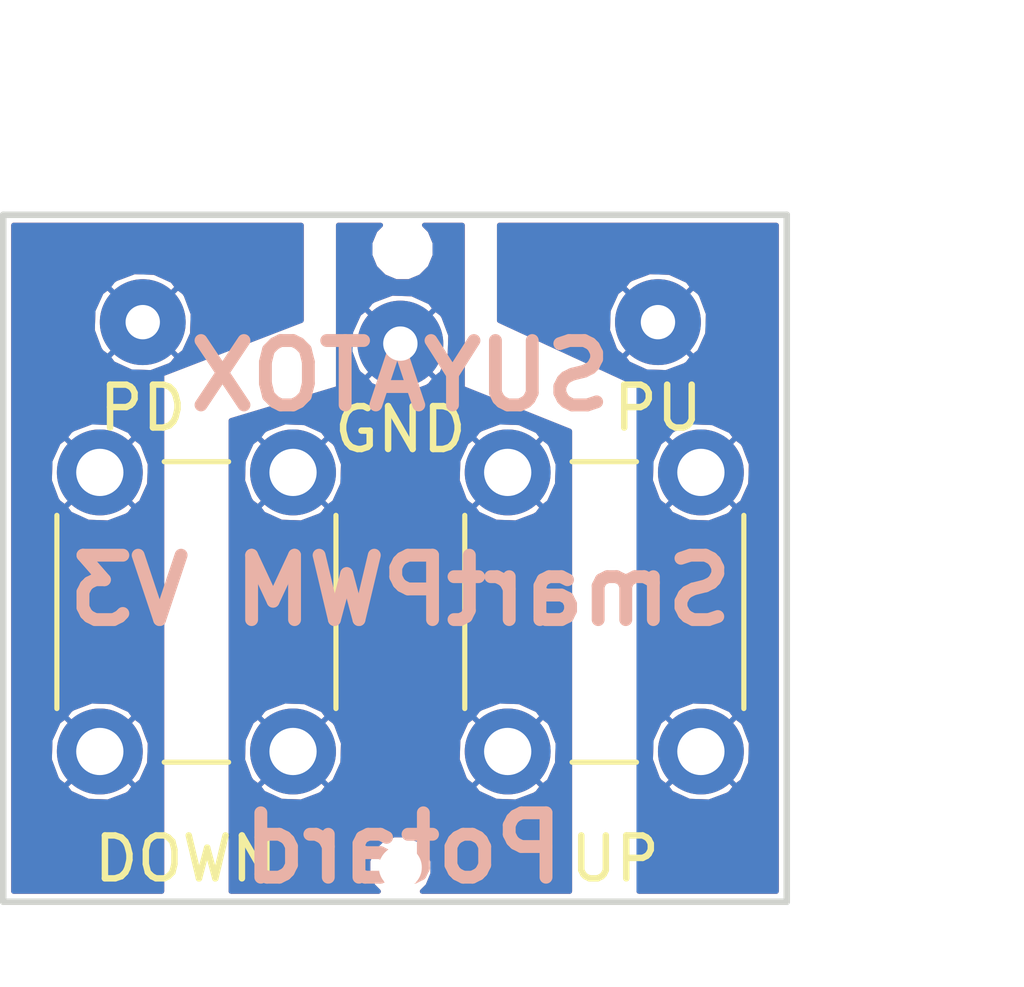
<source format=kicad_pcb>
(kicad_pcb (version 4) (host pcbnew 4.0.5)

  (general
    (links 8)
    (no_connects 0)
    (area 141.674999 94.424999 160.075001 110.575001)
    (thickness 1.6)
    (drawings 7)
    (tracks 0)
    (zones 0)
    (modules 7)
    (nets 4)
  )

  (page A4)
  (layers
    (0 F.Cu signal)
    (31 B.Cu signal)
    (32 B.Adhes user)
    (33 F.Adhes user)
    (34 B.Paste user)
    (35 F.Paste user)
    (36 B.SilkS user)
    (37 F.SilkS user)
    (38 B.Mask user)
    (39 F.Mask user)
    (40 Dwgs.User user)
    (41 Cmts.User user)
    (42 Eco1.User user)
    (43 Eco2.User user)
    (44 Edge.Cuts user)
    (45 Margin user)
    (46 B.CrtYd user)
    (47 F.CrtYd user)
    (48 B.Fab user)
    (49 F.Fab user)
  )

  (setup
    (last_trace_width 0.25)
    (trace_clearance 0.2)
    (zone_clearance 0.11)
    (zone_45_only no)
    (trace_min 0.2)
    (segment_width 0.2)
    (edge_width 0.15)
    (via_size 0.6)
    (via_drill 0.4)
    (via_min_size 0.4)
    (via_min_drill 0.3)
    (uvia_size 0.3)
    (uvia_drill 0.1)
    (uvias_allowed no)
    (uvia_min_size 0.2)
    (uvia_min_drill 0.1)
    (pcb_text_width 0.3)
    (pcb_text_size 1.5 1.5)
    (mod_edge_width 0.15)
    (mod_text_size 1 1)
    (mod_text_width 0.15)
    (pad_size 1 1)
    (pad_drill 1)
    (pad_to_mask_clearance 0.2)
    (aux_axis_origin 0 0)
    (visible_elements FFFFFF7F)
    (pcbplotparams
      (layerselection 0x00030_80000001)
      (usegerberextensions false)
      (excludeedgelayer true)
      (linewidth 0.100000)
      (plotframeref false)
      (viasonmask false)
      (mode 1)
      (useauxorigin false)
      (hpglpennumber 1)
      (hpglpenspeed 20)
      (hpglpendiameter 15)
      (hpglpenoverlay 2)
      (psnegative false)
      (psa4output false)
      (plotreference true)
      (plotvalue true)
      (plotinvisibletext false)
      (padsonsilk false)
      (subtractmaskfromsilk false)
      (outputformat 1)
      (mirror false)
      (drillshape 1)
      (scaleselection 1)
      (outputdirectory ""))
  )

  (net 0 "")
  (net 1 "Net-(U1-Pad1)")
  (net 2 "Net-(U2-Pad5)")
  (net 3 "Net-(U1-Pad7)")

  (net_class Default "Ceci est la Netclass par défaut"
    (clearance 0.2)
    (trace_width 0.25)
    (via_dia 0.6)
    (via_drill 0.4)
    (uvia_dia 0.3)
    (uvia_drill 0.1)
    (add_net "Net-(U1-Pad1)")
    (add_net "Net-(U1-Pad7)")
    (add_net "Net-(U2-Pad5)")
  )

  (module Wire_Pads:SolderWirePad_single_0-8mmDrill (layer F.Cu) (tedit 58DE9E67) (tstamp 58DE9E42)
    (at 165.3 92.3)
    (fp_text reference "" (at 0 -2.54) (layer F.SilkS)
      (effects (font (size 1 1) (thickness 0.15)))
    )
    (fp_text value "" (at 0 2.54) (layer F.Fab)
      (effects (font (size 1 1) (thickness 0.15)))
    )
    (pad "" np_thru_hole circle (at -14.25 3) (size 1 1) (drill 1) (layers *.Cu *.Mask))
  )

  (module Buttons_Switches_THT:SW_PUSH_6mm_h7.3mm (layer F.Cu) (tedit 58DE9B01) (tstamp 58DE95D2)
    (at 153.5 107 90)
    (descr "tactile push button, 6x6mm e.g. PHAP33xx series, height=7.3mm")
    (tags "tact sw push 6mm")
    (path /58DE9411)
    (fp_text reference UP (at -2.5 2.5 180) (layer F.SilkS)
      (effects (font (size 1 1) (thickness 0.15)))
    )
    (fp_text value UP (at -2.5 2.5 180) (layer F.Fab)
      (effects (font (size 1 1) (thickness 0.15)))
    )
    (fp_line (start 3.25 -0.75) (end 6.25 -0.75) (layer F.Fab) (width 0.1))
    (fp_line (start 6.25 -0.75) (end 6.25 5.25) (layer F.Fab) (width 0.1))
    (fp_line (start 6.25 5.25) (end 0.25 5.25) (layer F.Fab) (width 0.1))
    (fp_line (start 0.25 5.25) (end 0.25 -0.75) (layer F.Fab) (width 0.1))
    (fp_line (start 0.25 -0.75) (end 3.25 -0.75) (layer F.Fab) (width 0.1))
    (fp_line (start 7.75 6) (end 8 6) (layer F.CrtYd) (width 0.05))
    (fp_line (start 8 6) (end 8 5.75) (layer F.CrtYd) (width 0.05))
    (fp_line (start 7.75 -1.5) (end 8 -1.5) (layer F.CrtYd) (width 0.05))
    (fp_line (start 8 -1.5) (end 8 -1.25) (layer F.CrtYd) (width 0.05))
    (fp_line (start -1.5 -1.25) (end -1.5 -1.5) (layer F.CrtYd) (width 0.05))
    (fp_line (start -1.5 -1.5) (end -1.25 -1.5) (layer F.CrtYd) (width 0.05))
    (fp_line (start -1.5 5.75) (end -1.5 6) (layer F.CrtYd) (width 0.05))
    (fp_line (start -1.5 6) (end -1.25 6) (layer F.CrtYd) (width 0.05))
    (fp_line (start -1.25 -1.5) (end 7.75 -1.5) (layer F.CrtYd) (width 0.05))
    (fp_line (start -1.5 5.75) (end -1.5 -1.25) (layer F.CrtYd) (width 0.05))
    (fp_line (start 7.75 6) (end -1.25 6) (layer F.CrtYd) (width 0.05))
    (fp_line (start 8 -1.25) (end 8 5.75) (layer F.CrtYd) (width 0.05))
    (fp_line (start 1 5.5) (end 5.5 5.5) (layer F.SilkS) (width 0.12))
    (fp_line (start -0.25 1.5) (end -0.25 3) (layer F.SilkS) (width 0.12))
    (fp_line (start 5.5 -1) (end 1 -1) (layer F.SilkS) (width 0.12))
    (fp_line (start 6.75 3) (end 6.75 1.5) (layer F.SilkS) (width 0.12))
    (fp_circle (center 3.25 2.25) (end 1.25 2.5) (layer F.Fab) (width 0.1))
    (pad 2 thru_hole circle (at 0 4.5 180) (size 2 2) (drill 1.1) (layers *.Cu *.Mask)
      (net 1 "Net-(U1-Pad1)") (solder_mask_margin -0.1))
    (pad 1 thru_hole circle (at 0 0 180) (size 2 2) (drill 1.1) (layers *.Cu *.Mask)
      (net 3 "Net-(U1-Pad7)") (solder_mask_margin -0.1))
    (pad 2 thru_hole circle (at 6.5 4.5 180) (size 2 2) (drill 1.1) (layers *.Cu *.Mask)
      (net 1 "Net-(U1-Pad1)") (solder_mask_margin -0.1))
    (pad 1 thru_hole circle (at 6.5 0 180) (size 2 2) (drill 1.1) (layers *.Cu *.Mask)
      (net 3 "Net-(U1-Pad7)") (solder_mask_margin -0.1))
    (model Buttons_Switches_THT.3dshapes/SW_PUSH_6mm_h7.3mm.wrl
      (at (xyz 0.005 0 0))
      (scale (xyz 0.3937 0.3937 0.3937))
      (rotate (xyz 0 0 0))
    )
  )

  (module Buttons_Switches_THT:SW_PUSH_6mm_h7.3mm (layer F.Cu) (tedit 58DE9B10) (tstamp 58DE95DA)
    (at 144 107 90)
    (descr "tactile push button, 6x6mm e.g. PHAP33xx series, height=7.3mm")
    (tags "tact sw push 6mm")
    (path /58DE9469)
    (fp_text reference DOWN (at -2.5 2 180) (layer F.SilkS)
      (effects (font (size 1 1) (thickness 0.15)))
    )
    (fp_text value DOWN (at -2.5 2 180) (layer F.Fab)
      (effects (font (size 1 1) (thickness 0.15)))
    )
    (fp_line (start 3.25 -0.75) (end 6.25 -0.75) (layer F.Fab) (width 0.1))
    (fp_line (start 6.25 -0.75) (end 6.25 5.25) (layer F.Fab) (width 0.1))
    (fp_line (start 6.25 5.25) (end 0.25 5.25) (layer F.Fab) (width 0.1))
    (fp_line (start 0.25 5.25) (end 0.25 -0.75) (layer F.Fab) (width 0.1))
    (fp_line (start 0.25 -0.75) (end 3.25 -0.75) (layer F.Fab) (width 0.1))
    (fp_line (start 7.75 6) (end 8 6) (layer F.CrtYd) (width 0.05))
    (fp_line (start 8 6) (end 8 5.75) (layer F.CrtYd) (width 0.05))
    (fp_line (start 7.75 -1.5) (end 8 -1.5) (layer F.CrtYd) (width 0.05))
    (fp_line (start 8 -1.5) (end 8 -1.25) (layer F.CrtYd) (width 0.05))
    (fp_line (start -1.5 -1.25) (end -1.5 -1.5) (layer F.CrtYd) (width 0.05))
    (fp_line (start -1.5 -1.5) (end -1.25 -1.5) (layer F.CrtYd) (width 0.05))
    (fp_line (start -1.5 5.75) (end -1.5 6) (layer F.CrtYd) (width 0.05))
    (fp_line (start -1.5 6) (end -1.25 6) (layer F.CrtYd) (width 0.05))
    (fp_line (start -1.25 -1.5) (end 7.75 -1.5) (layer F.CrtYd) (width 0.05))
    (fp_line (start -1.5 5.75) (end -1.5 -1.25) (layer F.CrtYd) (width 0.05))
    (fp_line (start 7.75 6) (end -1.25 6) (layer F.CrtYd) (width 0.05))
    (fp_line (start 8 -1.25) (end 8 5.75) (layer F.CrtYd) (width 0.05))
    (fp_line (start 1 5.5) (end 5.5 5.5) (layer F.SilkS) (width 0.12))
    (fp_line (start -0.25 1.5) (end -0.25 3) (layer F.SilkS) (width 0.12))
    (fp_line (start 5.5 -1) (end 1 -1) (layer F.SilkS) (width 0.12))
    (fp_line (start 6.75 3) (end 6.75 1.5) (layer F.SilkS) (width 0.12))
    (fp_circle (center 3.25 2.25) (end 1.25 2.5) (layer F.Fab) (width 0.1))
    (pad 2 thru_hole circle (at 0 4.5 180) (size 2 2) (drill 1.1) (layers *.Cu *.Mask)
      (net 3 "Net-(U1-Pad7)") (solder_mask_margin -0.1))
    (pad 1 thru_hole circle (at 0 0 180) (size 2 2) (drill 1.1) (layers *.Cu *.Mask)
      (net 2 "Net-(U2-Pad5)") (solder_mask_margin -0.1))
    (pad 2 thru_hole circle (at 6.5 4.5 180) (size 2 2) (drill 1.1) (layers *.Cu *.Mask)
      (net 3 "Net-(U1-Pad7)") (solder_mask_margin -0.1))
    (pad 1 thru_hole circle (at 6.5 0 180) (size 2 2) (drill 1.1) (layers *.Cu *.Mask)
      (net 2 "Net-(U2-Pad5)") (solder_mask_margin -0.1))
    (model Buttons_Switches_THT.3dshapes/SW_PUSH_6mm_h7.3mm.wrl
      (at (xyz 0.005 0 0))
      (scale (xyz 0.3937 0.3937 0.3937))
      (rotate (xyz 0 0 0))
    )
  )

  (module Wire_Pads:SolderWirePad_single_0-8mmDrill (layer F.Cu) (tedit 58DE9AC4) (tstamp 58DE95DF)
    (at 145 97)
    (path /58DE94DF)
    (fp_text reference PD (at 0 2) (layer F.SilkS)
      (effects (font (size 1 1) (thickness 0.15)))
    )
    (fp_text value PD (at 0 2) (layer F.Fab)
      (effects (font (size 1 1) (thickness 0.15)))
    )
    (pad 1 thru_hole circle (at 0 0) (size 1.99898 1.99898) (drill 0.8001) (layers *.Cu *.Mask)
      (net 2 "Net-(U2-Pad5)") (solder_mask_margin -0.1))
  )

  (module Wire_Pads:SolderWirePad_single_0-8mmDrill (layer F.Cu) (tedit 58DE9AD2) (tstamp 58DE95E4)
    (at 157 97)
    (path /58DE952F)
    (fp_text reference PU (at 0 2) (layer F.SilkS)
      (effects (font (size 1 1) (thickness 0.15)))
    )
    (fp_text value PU (at 0 2) (layer F.Fab)
      (effects (font (size 1 1) (thickness 0.15)))
    )
    (pad 1 thru_hole circle (at 0 0) (size 1.99898 1.99898) (drill 0.8001) (layers *.Cu *.Mask)
      (net 1 "Net-(U1-Pad1)") (solder_mask_margin -0.1))
  )

  (module Wire_Pads:SolderWirePad_single_0-8mmDrill (layer F.Cu) (tedit 58DE9ACC) (tstamp 58DE95E9)
    (at 151 97.5)
    (path /58DE9557)
    (fp_text reference GND (at 0 2) (layer F.SilkS)
      (effects (font (size 1 1) (thickness 0.15)))
    )
    (fp_text value GND (at 0 2) (layer F.Fab)
      (effects (font (size 1 1) (thickness 0.15)))
    )
    (pad 1 thru_hole circle (at 0 0) (size 1.99898 1.99898) (drill 0.8001) (layers *.Cu *.Mask)
      (net 3 "Net-(U1-Pad7)") (solder_mask_margin -0.1))
  )

  (module Wire_Pads:SolderWirePad_single_0-8mmDrill (layer F.Cu) (tedit 58DE9E58) (tstamp 58DE9E08)
    (at 151 109.7)
    (fp_text reference "" (at 0 -2.54) (layer F.SilkS)
      (effects (font (size 1 1) (thickness 0.15)))
    )
    (fp_text value "" (at 0 2.54) (layer F.Fab)
      (effects (font (size 1 1) (thickness 0.15)))
    )
    (pad "" np_thru_hole circle (at 0 0) (size 1 1) (drill 1) (layers *.Cu *.Mask))
  )

  (gr_text "Potard \n" (at 150.5 109.25) (layer B.SilkS)
    (effects (font (size 1.5 1.5) (thickness 0.3)) (justify mirror))
  )
  (gr_text "SmartPWM V3" (at 151 103.25) (layer B.SilkS)
    (effects (font (size 1.5 1.5) (thickness 0.3)) (justify mirror))
  )
  (gr_text "SUYATOX\n" (at 151 98.25) (layer B.SilkS)
    (effects (font (size 1.5 1.5) (thickness 0.3)) (justify mirror))
  )
  (gr_line (start 160 110.5) (end 160 94.5) (angle 90) (layer Edge.Cuts) (width 0.15))
  (gr_line (start 141.75 110.5) (end 160 110.5) (angle 90) (layer Edge.Cuts) (width 0.15))
  (gr_line (start 141.75 94.5) (end 141.75 110.5) (angle 90) (layer Edge.Cuts) (width 0.15))
  (gr_line (start 160 94.5) (end 141.75 94.5) (angle 90) (layer Edge.Cuts) (width 0.15))

  (zone (net 2) (net_name "Net-(U2-Pad5)") (layer F.Cu) (tstamp 58DE9B8D) (hatch edge 0.508)
    (connect_pads (clearance 0.11))
    (min_thickness 0.11)
    (fill yes (arc_segments 16) (thermal_gap 0.11) (thermal_bridge_width 0.123))
    (polygon
      (pts
        (xy 148.75 97) (xy 145.5 98.25) (xy 145.5 110.5) (xy 141.75 110.5) (xy 141.75 94.5)
        (xy 148.75 94.5)
      )
    )
    (filled_polygon
      (pts
        (xy 148.695 96.962226) (xy 145.480256 98.198666) (xy 145.46184 98.210392) (xy 145.449437 98.228359) (xy 145.445 98.25)
        (xy 145.445 110.26) (xy 141.99 110.26) (xy 141.99 107.815334) (xy 143.193859 107.815334) (xy 143.307084 107.964776)
        (xy 143.729033 108.156504) (xy 144.192234 108.172164) (xy 144.626169 108.009374) (xy 144.692916 107.964776) (xy 144.806141 107.815334)
        (xy 144 107.009192) (xy 143.193859 107.815334) (xy 141.99 107.815334) (xy 141.99 107.192234) (xy 142.827836 107.192234)
        (xy 142.990626 107.626169) (xy 143.035224 107.692916) (xy 143.184666 107.806141) (xy 143.990808 107) (xy 144.009192 107)
        (xy 144.815334 107.806141) (xy 144.964776 107.692916) (xy 145.156504 107.270967) (xy 145.172164 106.807766) (xy 145.009374 106.373831)
        (xy 144.964776 106.307084) (xy 144.815334 106.193859) (xy 144.009192 107) (xy 143.990808 107) (xy 143.184666 106.193859)
        (xy 143.035224 106.307084) (xy 142.843496 106.729033) (xy 142.827836 107.192234) (xy 141.99 107.192234) (xy 141.99 106.184666)
        (xy 143.193859 106.184666) (xy 144 106.990808) (xy 144.806141 106.184666) (xy 144.692916 106.035224) (xy 144.270967 105.843496)
        (xy 143.807766 105.827836) (xy 143.373831 105.990626) (xy 143.307084 106.035224) (xy 143.193859 106.184666) (xy 141.99 106.184666)
        (xy 141.99 101.315334) (xy 143.193859 101.315334) (xy 143.307084 101.464776) (xy 143.729033 101.656504) (xy 144.192234 101.672164)
        (xy 144.626169 101.509374) (xy 144.692916 101.464776) (xy 144.806141 101.315334) (xy 144 100.509192) (xy 143.193859 101.315334)
        (xy 141.99 101.315334) (xy 141.99 100.692234) (xy 142.827836 100.692234) (xy 142.990626 101.126169) (xy 143.035224 101.192916)
        (xy 143.184666 101.306141) (xy 143.990808 100.5) (xy 144.009192 100.5) (xy 144.815334 101.306141) (xy 144.964776 101.192916)
        (xy 145.156504 100.770967) (xy 145.172164 100.307766) (xy 145.009374 99.873831) (xy 144.964776 99.807084) (xy 144.815334 99.693859)
        (xy 144.009192 100.5) (xy 143.990808 100.5) (xy 143.184666 99.693859) (xy 143.035224 99.807084) (xy 142.843496 100.229033)
        (xy 142.827836 100.692234) (xy 141.99 100.692234) (xy 141.99 99.684666) (xy 143.193859 99.684666) (xy 144 100.490808)
        (xy 144.806141 99.684666) (xy 144.692916 99.535224) (xy 144.270967 99.343496) (xy 143.807766 99.327836) (xy 143.373831 99.490626)
        (xy 143.307084 99.535224) (xy 143.193859 99.684666) (xy 141.99 99.684666) (xy 141.99 97.814966) (xy 144.194226 97.814966)
        (xy 144.307389 97.964355) (xy 144.729153 98.155999) (xy 145.192152 98.171652) (xy 145.625898 98.008932) (xy 145.692611 97.964355)
        (xy 145.805774 97.814966) (xy 145 97.009192) (xy 144.194226 97.814966) (xy 141.99 97.814966) (xy 141.99 97.192152)
        (xy 143.828348 97.192152) (xy 143.991068 97.625898) (xy 144.035645 97.692611) (xy 144.185034 97.805774) (xy 144.990808 97)
        (xy 145.009192 97) (xy 145.814966 97.805774) (xy 145.964355 97.692611) (xy 146.155999 97.270847) (xy 146.171652 96.807848)
        (xy 146.008932 96.374102) (xy 145.964355 96.307389) (xy 145.814966 96.194226) (xy 145.009192 97) (xy 144.990808 97)
        (xy 144.185034 96.194226) (xy 144.035645 96.307389) (xy 143.844001 96.729153) (xy 143.828348 97.192152) (xy 141.99 97.192152)
        (xy 141.99 96.185034) (xy 144.194226 96.185034) (xy 145 96.990808) (xy 145.805774 96.185034) (xy 145.692611 96.035645)
        (xy 145.270847 95.844001) (xy 144.807848 95.828348) (xy 144.374102 95.991068) (xy 144.307389 96.035645) (xy 144.194226 96.185034)
        (xy 141.99 96.185034) (xy 141.99 94.74) (xy 148.695 94.74)
      )
    )
  )
  (zone (net 3) (net_name "Net-(U1-Pad7)") (layer F.Cu) (tstamp 58DE9BAD) (hatch edge 0.508)
    (connect_pads (clearance 0.11))
    (min_thickness 0.11)
    (fill yes (arc_segments 16) (thermal_gap 0.11) (thermal_bridge_width 0.123))
    (polygon
      (pts
        (xy 152.5 98.5) (xy 155 99.5) (xy 155 110.5) (xy 147 110.5) (xy 147 99.25)
        (xy 149.5 98.5) (xy 149.5 94.5) (xy 152.5 94.5)
      )
    )
    (filled_polygon
      (pts
        (xy 150.410316 94.871769) (xy 150.295132 95.149162) (xy 150.29487 95.44952) (xy 150.409569 95.727114) (xy 150.621769 95.939684)
        (xy 150.899162 96.054868) (xy 151.19952 96.05513) (xy 151.477114 95.940431) (xy 151.689684 95.728231) (xy 151.804868 95.450838)
        (xy 151.80513 95.15048) (xy 151.690431 94.872886) (xy 151.557776 94.74) (xy 152.445 94.74) (xy 152.445 98.5)
        (xy 152.449333 98.521398) (xy 152.46165 98.539424) (xy 152.479574 98.551066) (xy 154.945 99.537236) (xy 154.945 110.26)
        (xy 151.507685 110.26) (xy 151.639684 110.128231) (xy 151.754868 109.850838) (xy 151.75513 109.55048) (xy 151.640431 109.272886)
        (xy 151.428231 109.060316) (xy 151.150838 108.945132) (xy 150.85048 108.94487) (xy 150.572886 109.059569) (xy 150.360316 109.271769)
        (xy 150.245132 109.549162) (xy 150.24487 109.84952) (xy 150.359569 110.127114) (xy 150.492224 110.26) (xy 147.055 110.26)
        (xy 147.055 107.815334) (xy 147.693859 107.815334) (xy 147.807084 107.964776) (xy 148.229033 108.156504) (xy 148.692234 108.172164)
        (xy 149.126169 108.009374) (xy 149.192916 107.964776) (xy 149.306141 107.815334) (xy 152.693859 107.815334) (xy 152.807084 107.964776)
        (xy 153.229033 108.156504) (xy 153.692234 108.172164) (xy 154.126169 108.009374) (xy 154.192916 107.964776) (xy 154.306141 107.815334)
        (xy 153.5 107.009192) (xy 152.693859 107.815334) (xy 149.306141 107.815334) (xy 148.5 107.009192) (xy 147.693859 107.815334)
        (xy 147.055 107.815334) (xy 147.055 107.192234) (xy 147.327836 107.192234) (xy 147.490626 107.626169) (xy 147.535224 107.692916)
        (xy 147.684666 107.806141) (xy 148.490808 107) (xy 148.509192 107) (xy 149.315334 107.806141) (xy 149.464776 107.692916)
        (xy 149.656504 107.270967) (xy 149.659165 107.192234) (xy 152.327836 107.192234) (xy 152.490626 107.626169) (xy 152.535224 107.692916)
        (xy 152.684666 107.806141) (xy 153.490808 107) (xy 153.509192 107) (xy 154.315334 107.806141) (xy 154.464776 107.692916)
        (xy 154.656504 107.270967) (xy 154.672164 106.807766) (xy 154.509374 106.373831) (xy 154.464776 106.307084) (xy 154.315334 106.193859)
        (xy 153.509192 107) (xy 153.490808 107) (xy 152.684666 106.193859) (xy 152.535224 106.307084) (xy 152.343496 106.729033)
        (xy 152.327836 107.192234) (xy 149.659165 107.192234) (xy 149.672164 106.807766) (xy 149.509374 106.373831) (xy 149.464776 106.307084)
        (xy 149.315334 106.193859) (xy 148.509192 107) (xy 148.490808 107) (xy 147.684666 106.193859) (xy 147.535224 106.307084)
        (xy 147.343496 106.729033) (xy 147.327836 107.192234) (xy 147.055 107.192234) (xy 147.055 106.184666) (xy 147.693859 106.184666)
        (xy 148.5 106.990808) (xy 149.306141 106.184666) (xy 152.693859 106.184666) (xy 153.5 106.990808) (xy 154.306141 106.184666)
        (xy 154.192916 106.035224) (xy 153.770967 105.843496) (xy 153.307766 105.827836) (xy 152.873831 105.990626) (xy 152.807084 106.035224)
        (xy 152.693859 106.184666) (xy 149.306141 106.184666) (xy 149.192916 106.035224) (xy 148.770967 105.843496) (xy 148.307766 105.827836)
        (xy 147.873831 105.990626) (xy 147.807084 106.035224) (xy 147.693859 106.184666) (xy 147.055 106.184666) (xy 147.055 101.315334)
        (xy 147.693859 101.315334) (xy 147.807084 101.464776) (xy 148.229033 101.656504) (xy 148.692234 101.672164) (xy 149.126169 101.509374)
        (xy 149.192916 101.464776) (xy 149.306141 101.315334) (xy 152.693859 101.315334) (xy 152.807084 101.464776) (xy 153.229033 101.656504)
        (xy 153.692234 101.672164) (xy 154.126169 101.509374) (xy 154.192916 101.464776) (xy 154.306141 101.315334) (xy 153.5 100.509192)
        (xy 152.693859 101.315334) (xy 149.306141 101.315334) (xy 148.5 100.509192) (xy 147.693859 101.315334) (xy 147.055 101.315334)
        (xy 147.055 100.692234) (xy 147.327836 100.692234) (xy 147.490626 101.126169) (xy 147.535224 101.192916) (xy 147.684666 101.306141)
        (xy 148.490808 100.5) (xy 148.509192 100.5) (xy 149.315334 101.306141) (xy 149.464776 101.192916) (xy 149.656504 100.770967)
        (xy 149.659165 100.692234) (xy 152.327836 100.692234) (xy 152.490626 101.126169) (xy 152.535224 101.192916) (xy 152.684666 101.306141)
        (xy 153.490808 100.5) (xy 153.509192 100.5) (xy 154.315334 101.306141) (xy 154.464776 101.192916) (xy 154.656504 100.770967)
        (xy 154.672164 100.307766) (xy 154.509374 99.873831) (xy 154.464776 99.807084) (xy 154.315334 99.693859) (xy 153.509192 100.5)
        (xy 153.490808 100.5) (xy 152.684666 99.693859) (xy 152.535224 99.807084) (xy 152.343496 100.229033) (xy 152.327836 100.692234)
        (xy 149.659165 100.692234) (xy 149.672164 100.307766) (xy 149.509374 99.873831) (xy 149.464776 99.807084) (xy 149.315334 99.693859)
        (xy 148.509192 100.5) (xy 148.490808 100.5) (xy 147.684666 99.693859) (xy 147.535224 99.807084) (xy 147.343496 100.229033)
        (xy 147.327836 100.692234) (xy 147.055 100.692234) (xy 147.055 99.684666) (xy 147.693859 99.684666) (xy 148.5 100.490808)
        (xy 149.306141 99.684666) (xy 152.693859 99.684666) (xy 153.5 100.490808) (xy 154.306141 99.684666) (xy 154.192916 99.535224)
        (xy 153.770967 99.343496) (xy 153.307766 99.327836) (xy 152.873831 99.490626) (xy 152.807084 99.535224) (xy 152.693859 99.684666)
        (xy 149.306141 99.684666) (xy 149.192916 99.535224) (xy 148.770967 99.343496) (xy 148.307766 99.327836) (xy 147.873831 99.490626)
        (xy 147.807084 99.535224) (xy 147.693859 99.684666) (xy 147.055 99.684666) (xy 147.055 99.290921) (xy 149.515804 98.55268)
        (xy 149.535055 98.542381) (xy 149.548782 98.525404) (xy 149.555 98.5) (xy 149.555 98.314966) (xy 150.194226 98.314966)
        (xy 150.307389 98.464355) (xy 150.729153 98.655999) (xy 151.192152 98.671652) (xy 151.625898 98.508932) (xy 151.692611 98.464355)
        (xy 151.805774 98.314966) (xy 151 97.509192) (xy 150.194226 98.314966) (xy 149.555 98.314966) (xy 149.555 97.692152)
        (xy 149.828348 97.692152) (xy 149.991068 98.125898) (xy 150.035645 98.192611) (xy 150.185034 98.305774) (xy 150.990808 97.5)
        (xy 151.009192 97.5) (xy 151.814966 98.305774) (xy 151.964355 98.192611) (xy 152.155999 97.770847) (xy 152.171652 97.307848)
        (xy 152.008932 96.874102) (xy 151.964355 96.807389) (xy 151.814966 96.694226) (xy 151.009192 97.5) (xy 150.990808 97.5)
        (xy 150.185034 96.694226) (xy 150.035645 96.807389) (xy 149.844001 97.229153) (xy 149.828348 97.692152) (xy 149.555 97.692152)
        (xy 149.555 96.685034) (xy 150.194226 96.685034) (xy 151 97.490808) (xy 151.805774 96.685034) (xy 151.692611 96.535645)
        (xy 151.270847 96.344001) (xy 150.807848 96.328348) (xy 150.374102 96.491068) (xy 150.307389 96.535645) (xy 150.194226 96.685034)
        (xy 149.555 96.685034) (xy 149.555 94.74) (xy 150.542315 94.74)
      )
    )
  )
  (zone (net 1) (net_name "Net-(U1-Pad1)") (layer F.Cu) (tstamp 58DE9BD8) (hatch edge 0.508)
    (connect_pads (clearance 0.11))
    (min_thickness 0.11)
    (fill yes (arc_segments 16) (thermal_gap 0.11) (thermal_bridge_width 0.123))
    (polygon
      (pts
        (xy 160 110.5) (xy 156.5 110.5) (xy 156.5 98.5) (xy 153.25 97) (xy 153.25 94.5)
        (xy 160 94.5)
      )
    )
    (filled_polygon
      (pts
        (xy 159.76 110.26) (xy 156.555 110.26) (xy 156.555 107.815334) (xy 157.193859 107.815334) (xy 157.307084 107.964776)
        (xy 157.729033 108.156504) (xy 158.192234 108.172164) (xy 158.626169 108.009374) (xy 158.692916 107.964776) (xy 158.806141 107.815334)
        (xy 158 107.009192) (xy 157.193859 107.815334) (xy 156.555 107.815334) (xy 156.555 107.192234) (xy 156.827836 107.192234)
        (xy 156.990626 107.626169) (xy 157.035224 107.692916) (xy 157.184666 107.806141) (xy 157.990808 107) (xy 158.009192 107)
        (xy 158.815334 107.806141) (xy 158.964776 107.692916) (xy 159.156504 107.270967) (xy 159.172164 106.807766) (xy 159.009374 106.373831)
        (xy 158.964776 106.307084) (xy 158.815334 106.193859) (xy 158.009192 107) (xy 157.990808 107) (xy 157.184666 106.193859)
        (xy 157.035224 106.307084) (xy 156.843496 106.729033) (xy 156.827836 107.192234) (xy 156.555 107.192234) (xy 156.555 106.184666)
        (xy 157.193859 106.184666) (xy 158 106.990808) (xy 158.806141 106.184666) (xy 158.692916 106.035224) (xy 158.270967 105.843496)
        (xy 157.807766 105.827836) (xy 157.373831 105.990626) (xy 157.307084 106.035224) (xy 157.193859 106.184666) (xy 156.555 106.184666)
        (xy 156.555 101.315334) (xy 157.193859 101.315334) (xy 157.307084 101.464776) (xy 157.729033 101.656504) (xy 158.192234 101.672164)
        (xy 158.626169 101.509374) (xy 158.692916 101.464776) (xy 158.806141 101.315334) (xy 158 100.509192) (xy 157.193859 101.315334)
        (xy 156.555 101.315334) (xy 156.555 100.692234) (xy 156.827836 100.692234) (xy 156.990626 101.126169) (xy 157.035224 101.192916)
        (xy 157.184666 101.306141) (xy 157.990808 100.5) (xy 158.009192 100.5) (xy 158.815334 101.306141) (xy 158.964776 101.192916)
        (xy 159.156504 100.770967) (xy 159.172164 100.307766) (xy 159.009374 99.873831) (xy 158.964776 99.807084) (xy 158.815334 99.693859)
        (xy 158.009192 100.5) (xy 157.990808 100.5) (xy 157.184666 99.693859) (xy 157.035224 99.807084) (xy 156.843496 100.229033)
        (xy 156.827836 100.692234) (xy 156.555 100.692234) (xy 156.555 99.684666) (xy 157.193859 99.684666) (xy 158 100.490808)
        (xy 158.806141 99.684666) (xy 158.692916 99.535224) (xy 158.270967 99.343496) (xy 157.807766 99.327836) (xy 157.373831 99.490626)
        (xy 157.307084 99.535224) (xy 157.193859 99.684666) (xy 156.555 99.684666) (xy 156.555 98.5) (xy 156.550667 98.478602)
        (xy 156.53835 98.460576) (xy 156.523048 98.450062) (xy 155.147008 97.814966) (xy 156.194226 97.814966) (xy 156.307389 97.964355)
        (xy 156.729153 98.155999) (xy 157.192152 98.171652) (xy 157.625898 98.008932) (xy 157.692611 97.964355) (xy 157.805774 97.814966)
        (xy 157 97.009192) (xy 156.194226 97.814966) (xy 155.147008 97.814966) (xy 153.797577 97.192152) (xy 155.828348 97.192152)
        (xy 155.991068 97.625898) (xy 156.035645 97.692611) (xy 156.185034 97.805774) (xy 156.990808 97) (xy 157.009192 97)
        (xy 157.814966 97.805774) (xy 157.964355 97.692611) (xy 158.155999 97.270847) (xy 158.171652 96.807848) (xy 158.008932 96.374102)
        (xy 157.964355 96.307389) (xy 157.814966 96.194226) (xy 157.009192 97) (xy 156.990808 97) (xy 156.185034 96.194226)
        (xy 156.035645 96.307389) (xy 155.844001 96.729153) (xy 155.828348 97.192152) (xy 153.797577 97.192152) (xy 153.305 96.964809)
        (xy 153.305 96.185034) (xy 156.194226 96.185034) (xy 157 96.990808) (xy 157.805774 96.185034) (xy 157.692611 96.035645)
        (xy 157.270847 95.844001) (xy 156.807848 95.828348) (xy 156.374102 95.991068) (xy 156.307389 96.035645) (xy 156.194226 96.185034)
        (xy 153.305 96.185034) (xy 153.305 94.74) (xy 159.76 94.74)
      )
    )
  )
  (zone (net 2) (net_name "Net-(U2-Pad5)") (layer B.Cu) (tstamp 58DE9C09) (hatch edge 0.508)
    (connect_pads (clearance 0.11))
    (min_thickness 0.11)
    (fill yes (arc_segments 16) (thermal_gap 0.11) (thermal_bridge_width 0.123))
    (polygon
      (pts
        (xy 148.75 97) (xy 145.5 98.25) (xy 145.5 110.5) (xy 141.75 110.5) (xy 141.75 94.5)
        (xy 148.75 94.5)
      )
    )
    (filled_polygon
      (pts
        (xy 148.695 96.962226) (xy 145.480256 98.198666) (xy 145.46184 98.210392) (xy 145.449437 98.228359) (xy 145.445 98.25)
        (xy 145.445 110.26) (xy 141.99 110.26) (xy 141.99 107.815334) (xy 143.193859 107.815334) (xy 143.307084 107.964776)
        (xy 143.729033 108.156504) (xy 144.192234 108.172164) (xy 144.626169 108.009374) (xy 144.692916 107.964776) (xy 144.806141 107.815334)
        (xy 144 107.009192) (xy 143.193859 107.815334) (xy 141.99 107.815334) (xy 141.99 107.192234) (xy 142.827836 107.192234)
        (xy 142.990626 107.626169) (xy 143.035224 107.692916) (xy 143.184666 107.806141) (xy 143.990808 107) (xy 144.009192 107)
        (xy 144.815334 107.806141) (xy 144.964776 107.692916) (xy 145.156504 107.270967) (xy 145.172164 106.807766) (xy 145.009374 106.373831)
        (xy 144.964776 106.307084) (xy 144.815334 106.193859) (xy 144.009192 107) (xy 143.990808 107) (xy 143.184666 106.193859)
        (xy 143.035224 106.307084) (xy 142.843496 106.729033) (xy 142.827836 107.192234) (xy 141.99 107.192234) (xy 141.99 106.184666)
        (xy 143.193859 106.184666) (xy 144 106.990808) (xy 144.806141 106.184666) (xy 144.692916 106.035224) (xy 144.270967 105.843496)
        (xy 143.807766 105.827836) (xy 143.373831 105.990626) (xy 143.307084 106.035224) (xy 143.193859 106.184666) (xy 141.99 106.184666)
        (xy 141.99 101.315334) (xy 143.193859 101.315334) (xy 143.307084 101.464776) (xy 143.729033 101.656504) (xy 144.192234 101.672164)
        (xy 144.626169 101.509374) (xy 144.692916 101.464776) (xy 144.806141 101.315334) (xy 144 100.509192) (xy 143.193859 101.315334)
        (xy 141.99 101.315334) (xy 141.99 100.692234) (xy 142.827836 100.692234) (xy 142.990626 101.126169) (xy 143.035224 101.192916)
        (xy 143.184666 101.306141) (xy 143.990808 100.5) (xy 144.009192 100.5) (xy 144.815334 101.306141) (xy 144.964776 101.192916)
        (xy 145.156504 100.770967) (xy 145.172164 100.307766) (xy 145.009374 99.873831) (xy 144.964776 99.807084) (xy 144.815334 99.693859)
        (xy 144.009192 100.5) (xy 143.990808 100.5) (xy 143.184666 99.693859) (xy 143.035224 99.807084) (xy 142.843496 100.229033)
        (xy 142.827836 100.692234) (xy 141.99 100.692234) (xy 141.99 99.684666) (xy 143.193859 99.684666) (xy 144 100.490808)
        (xy 144.806141 99.684666) (xy 144.692916 99.535224) (xy 144.270967 99.343496) (xy 143.807766 99.327836) (xy 143.373831 99.490626)
        (xy 143.307084 99.535224) (xy 143.193859 99.684666) (xy 141.99 99.684666) (xy 141.99 97.814966) (xy 144.194226 97.814966)
        (xy 144.307389 97.964355) (xy 144.729153 98.155999) (xy 145.192152 98.171652) (xy 145.625898 98.008932) (xy 145.692611 97.964355)
        (xy 145.805774 97.814966) (xy 145 97.009192) (xy 144.194226 97.814966) (xy 141.99 97.814966) (xy 141.99 97.192152)
        (xy 143.828348 97.192152) (xy 143.991068 97.625898) (xy 144.035645 97.692611) (xy 144.185034 97.805774) (xy 144.990808 97)
        (xy 145.009192 97) (xy 145.814966 97.805774) (xy 145.964355 97.692611) (xy 146.155999 97.270847) (xy 146.171652 96.807848)
        (xy 146.008932 96.374102) (xy 145.964355 96.307389) (xy 145.814966 96.194226) (xy 145.009192 97) (xy 144.990808 97)
        (xy 144.185034 96.194226) (xy 144.035645 96.307389) (xy 143.844001 96.729153) (xy 143.828348 97.192152) (xy 141.99 97.192152)
        (xy 141.99 96.185034) (xy 144.194226 96.185034) (xy 145 96.990808) (xy 145.805774 96.185034) (xy 145.692611 96.035645)
        (xy 145.270847 95.844001) (xy 144.807848 95.828348) (xy 144.374102 95.991068) (xy 144.307389 96.035645) (xy 144.194226 96.185034)
        (xy 141.99 96.185034) (xy 141.99 94.74) (xy 148.695 94.74)
      )
    )
  )
  (zone (net 3) (net_name "Net-(U1-Pad7)") (layer B.Cu) (tstamp 58DE9C1D) (hatch edge 0.508)
    (connect_pads (clearance 0.11))
    (min_thickness 0.11)
    (fill yes (arc_segments 16) (thermal_gap 0.11) (thermal_bridge_width 0.123))
    (polygon
      (pts
        (xy 152.5 98.5) (xy 155 99.5) (xy 155 110.5) (xy 147 110.5) (xy 147 99.25)
        (xy 149.5 98.5) (xy 149.5 94.5) (xy 152.5 94.5)
      )
    )
    (filled_polygon
      (pts
        (xy 150.410316 94.871769) (xy 150.295132 95.149162) (xy 150.29487 95.44952) (xy 150.409569 95.727114) (xy 150.621769 95.939684)
        (xy 150.899162 96.054868) (xy 151.19952 96.05513) (xy 151.477114 95.940431) (xy 151.689684 95.728231) (xy 151.804868 95.450838)
        (xy 151.80513 95.15048) (xy 151.690431 94.872886) (xy 151.557776 94.74) (xy 152.445 94.74) (xy 152.445 98.5)
        (xy 152.449333 98.521398) (xy 152.46165 98.539424) (xy 152.479574 98.551066) (xy 154.945 99.537236) (xy 154.945 110.26)
        (xy 151.507685 110.26) (xy 151.639684 110.128231) (xy 151.754868 109.850838) (xy 151.75513 109.55048) (xy 151.640431 109.272886)
        (xy 151.428231 109.060316) (xy 151.150838 108.945132) (xy 150.85048 108.94487) (xy 150.572886 109.059569) (xy 150.360316 109.271769)
        (xy 150.245132 109.549162) (xy 150.24487 109.84952) (xy 150.359569 110.127114) (xy 150.492224 110.26) (xy 147.055 110.26)
        (xy 147.055 107.815334) (xy 147.693859 107.815334) (xy 147.807084 107.964776) (xy 148.229033 108.156504) (xy 148.692234 108.172164)
        (xy 149.126169 108.009374) (xy 149.192916 107.964776) (xy 149.306141 107.815334) (xy 152.693859 107.815334) (xy 152.807084 107.964776)
        (xy 153.229033 108.156504) (xy 153.692234 108.172164) (xy 154.126169 108.009374) (xy 154.192916 107.964776) (xy 154.306141 107.815334)
        (xy 153.5 107.009192) (xy 152.693859 107.815334) (xy 149.306141 107.815334) (xy 148.5 107.009192) (xy 147.693859 107.815334)
        (xy 147.055 107.815334) (xy 147.055 107.192234) (xy 147.327836 107.192234) (xy 147.490626 107.626169) (xy 147.535224 107.692916)
        (xy 147.684666 107.806141) (xy 148.490808 107) (xy 148.509192 107) (xy 149.315334 107.806141) (xy 149.464776 107.692916)
        (xy 149.656504 107.270967) (xy 149.659165 107.192234) (xy 152.327836 107.192234) (xy 152.490626 107.626169) (xy 152.535224 107.692916)
        (xy 152.684666 107.806141) (xy 153.490808 107) (xy 153.509192 107) (xy 154.315334 107.806141) (xy 154.464776 107.692916)
        (xy 154.656504 107.270967) (xy 154.672164 106.807766) (xy 154.509374 106.373831) (xy 154.464776 106.307084) (xy 154.315334 106.193859)
        (xy 153.509192 107) (xy 153.490808 107) (xy 152.684666 106.193859) (xy 152.535224 106.307084) (xy 152.343496 106.729033)
        (xy 152.327836 107.192234) (xy 149.659165 107.192234) (xy 149.672164 106.807766) (xy 149.509374 106.373831) (xy 149.464776 106.307084)
        (xy 149.315334 106.193859) (xy 148.509192 107) (xy 148.490808 107) (xy 147.684666 106.193859) (xy 147.535224 106.307084)
        (xy 147.343496 106.729033) (xy 147.327836 107.192234) (xy 147.055 107.192234) (xy 147.055 106.184666) (xy 147.693859 106.184666)
        (xy 148.5 106.990808) (xy 149.306141 106.184666) (xy 152.693859 106.184666) (xy 153.5 106.990808) (xy 154.306141 106.184666)
        (xy 154.192916 106.035224) (xy 153.770967 105.843496) (xy 153.307766 105.827836) (xy 152.873831 105.990626) (xy 152.807084 106.035224)
        (xy 152.693859 106.184666) (xy 149.306141 106.184666) (xy 149.192916 106.035224) (xy 148.770967 105.843496) (xy 148.307766 105.827836)
        (xy 147.873831 105.990626) (xy 147.807084 106.035224) (xy 147.693859 106.184666) (xy 147.055 106.184666) (xy 147.055 101.315334)
        (xy 147.693859 101.315334) (xy 147.807084 101.464776) (xy 148.229033 101.656504) (xy 148.692234 101.672164) (xy 149.126169 101.509374)
        (xy 149.192916 101.464776) (xy 149.306141 101.315334) (xy 152.693859 101.315334) (xy 152.807084 101.464776) (xy 153.229033 101.656504)
        (xy 153.692234 101.672164) (xy 154.126169 101.509374) (xy 154.192916 101.464776) (xy 154.306141 101.315334) (xy 153.5 100.509192)
        (xy 152.693859 101.315334) (xy 149.306141 101.315334) (xy 148.5 100.509192) (xy 147.693859 101.315334) (xy 147.055 101.315334)
        (xy 147.055 100.692234) (xy 147.327836 100.692234) (xy 147.490626 101.126169) (xy 147.535224 101.192916) (xy 147.684666 101.306141)
        (xy 148.490808 100.5) (xy 148.509192 100.5) (xy 149.315334 101.306141) (xy 149.464776 101.192916) (xy 149.656504 100.770967)
        (xy 149.659165 100.692234) (xy 152.327836 100.692234) (xy 152.490626 101.126169) (xy 152.535224 101.192916) (xy 152.684666 101.306141)
        (xy 153.490808 100.5) (xy 153.509192 100.5) (xy 154.315334 101.306141) (xy 154.464776 101.192916) (xy 154.656504 100.770967)
        (xy 154.672164 100.307766) (xy 154.509374 99.873831) (xy 154.464776 99.807084) (xy 154.315334 99.693859) (xy 153.509192 100.5)
        (xy 153.490808 100.5) (xy 152.684666 99.693859) (xy 152.535224 99.807084) (xy 152.343496 100.229033) (xy 152.327836 100.692234)
        (xy 149.659165 100.692234) (xy 149.672164 100.307766) (xy 149.509374 99.873831) (xy 149.464776 99.807084) (xy 149.315334 99.693859)
        (xy 148.509192 100.5) (xy 148.490808 100.5) (xy 147.684666 99.693859) (xy 147.535224 99.807084) (xy 147.343496 100.229033)
        (xy 147.327836 100.692234) (xy 147.055 100.692234) (xy 147.055 99.684666) (xy 147.693859 99.684666) (xy 148.5 100.490808)
        (xy 149.306141 99.684666) (xy 152.693859 99.684666) (xy 153.5 100.490808) (xy 154.306141 99.684666) (xy 154.192916 99.535224)
        (xy 153.770967 99.343496) (xy 153.307766 99.327836) (xy 152.873831 99.490626) (xy 152.807084 99.535224) (xy 152.693859 99.684666)
        (xy 149.306141 99.684666) (xy 149.192916 99.535224) (xy 148.770967 99.343496) (xy 148.307766 99.327836) (xy 147.873831 99.490626)
        (xy 147.807084 99.535224) (xy 147.693859 99.684666) (xy 147.055 99.684666) (xy 147.055 99.290921) (xy 149.515804 98.55268)
        (xy 149.535055 98.542381) (xy 149.548782 98.525404) (xy 149.555 98.5) (xy 149.555 98.314966) (xy 150.194226 98.314966)
        (xy 150.307389 98.464355) (xy 150.729153 98.655999) (xy 151.192152 98.671652) (xy 151.625898 98.508932) (xy 151.692611 98.464355)
        (xy 151.805774 98.314966) (xy 151 97.509192) (xy 150.194226 98.314966) (xy 149.555 98.314966) (xy 149.555 97.692152)
        (xy 149.828348 97.692152) (xy 149.991068 98.125898) (xy 150.035645 98.192611) (xy 150.185034 98.305774) (xy 150.990808 97.5)
        (xy 151.009192 97.5) (xy 151.814966 98.305774) (xy 151.964355 98.192611) (xy 152.155999 97.770847) (xy 152.171652 97.307848)
        (xy 152.008932 96.874102) (xy 151.964355 96.807389) (xy 151.814966 96.694226) (xy 151.009192 97.5) (xy 150.990808 97.5)
        (xy 150.185034 96.694226) (xy 150.035645 96.807389) (xy 149.844001 97.229153) (xy 149.828348 97.692152) (xy 149.555 97.692152)
        (xy 149.555 96.685034) (xy 150.194226 96.685034) (xy 151 97.490808) (xy 151.805774 96.685034) (xy 151.692611 96.535645)
        (xy 151.270847 96.344001) (xy 150.807848 96.328348) (xy 150.374102 96.491068) (xy 150.307389 96.535645) (xy 150.194226 96.685034)
        (xy 149.555 96.685034) (xy 149.555 94.74) (xy 150.542315 94.74)
      )
    )
  )
  (zone (net 1) (net_name "Net-(U1-Pad1)") (layer B.Cu) (tstamp 58DE9C33) (hatch edge 0.508)
    (connect_pads (clearance 0.11))
    (min_thickness 0.11)
    (fill yes (arc_segments 16) (thermal_gap 0.11) (thermal_bridge_width 0.123))
    (polygon
      (pts
        (xy 160 110.5) (xy 156.5 110.5) (xy 156.5 98.5) (xy 153.25 97) (xy 153.25 94.5)
        (xy 160 94.5)
      )
    )
    (filled_polygon
      (pts
        (xy 159.76 110.26) (xy 156.555 110.26) (xy 156.555 107.815334) (xy 157.193859 107.815334) (xy 157.307084 107.964776)
        (xy 157.729033 108.156504) (xy 158.192234 108.172164) (xy 158.626169 108.009374) (xy 158.692916 107.964776) (xy 158.806141 107.815334)
        (xy 158 107.009192) (xy 157.193859 107.815334) (xy 156.555 107.815334) (xy 156.555 107.192234) (xy 156.827836 107.192234)
        (xy 156.990626 107.626169) (xy 157.035224 107.692916) (xy 157.184666 107.806141) (xy 157.990808 107) (xy 158.009192 107)
        (xy 158.815334 107.806141) (xy 158.964776 107.692916) (xy 159.156504 107.270967) (xy 159.172164 106.807766) (xy 159.009374 106.373831)
        (xy 158.964776 106.307084) (xy 158.815334 106.193859) (xy 158.009192 107) (xy 157.990808 107) (xy 157.184666 106.193859)
        (xy 157.035224 106.307084) (xy 156.843496 106.729033) (xy 156.827836 107.192234) (xy 156.555 107.192234) (xy 156.555 106.184666)
        (xy 157.193859 106.184666) (xy 158 106.990808) (xy 158.806141 106.184666) (xy 158.692916 106.035224) (xy 158.270967 105.843496)
        (xy 157.807766 105.827836) (xy 157.373831 105.990626) (xy 157.307084 106.035224) (xy 157.193859 106.184666) (xy 156.555 106.184666)
        (xy 156.555 101.315334) (xy 157.193859 101.315334) (xy 157.307084 101.464776) (xy 157.729033 101.656504) (xy 158.192234 101.672164)
        (xy 158.626169 101.509374) (xy 158.692916 101.464776) (xy 158.806141 101.315334) (xy 158 100.509192) (xy 157.193859 101.315334)
        (xy 156.555 101.315334) (xy 156.555 100.692234) (xy 156.827836 100.692234) (xy 156.990626 101.126169) (xy 157.035224 101.192916)
        (xy 157.184666 101.306141) (xy 157.990808 100.5) (xy 158.009192 100.5) (xy 158.815334 101.306141) (xy 158.964776 101.192916)
        (xy 159.156504 100.770967) (xy 159.172164 100.307766) (xy 159.009374 99.873831) (xy 158.964776 99.807084) (xy 158.815334 99.693859)
        (xy 158.009192 100.5) (xy 157.990808 100.5) (xy 157.184666 99.693859) (xy 157.035224 99.807084) (xy 156.843496 100.229033)
        (xy 156.827836 100.692234) (xy 156.555 100.692234) (xy 156.555 99.684666) (xy 157.193859 99.684666) (xy 158 100.490808)
        (xy 158.806141 99.684666) (xy 158.692916 99.535224) (xy 158.270967 99.343496) (xy 157.807766 99.327836) (xy 157.373831 99.490626)
        (xy 157.307084 99.535224) (xy 157.193859 99.684666) (xy 156.555 99.684666) (xy 156.555 98.5) (xy 156.550667 98.478602)
        (xy 156.53835 98.460576) (xy 156.523048 98.450062) (xy 155.147008 97.814966) (xy 156.194226 97.814966) (xy 156.307389 97.964355)
        (xy 156.729153 98.155999) (xy 157.192152 98.171652) (xy 157.625898 98.008932) (xy 157.692611 97.964355) (xy 157.805774 97.814966)
        (xy 157 97.009192) (xy 156.194226 97.814966) (xy 155.147008 97.814966) (xy 153.797577 97.192152) (xy 155.828348 97.192152)
        (xy 155.991068 97.625898) (xy 156.035645 97.692611) (xy 156.185034 97.805774) (xy 156.990808 97) (xy 157.009192 97)
        (xy 157.814966 97.805774) (xy 157.964355 97.692611) (xy 158.155999 97.270847) (xy 158.171652 96.807848) (xy 158.008932 96.374102)
        (xy 157.964355 96.307389) (xy 157.814966 96.194226) (xy 157.009192 97) (xy 156.990808 97) (xy 156.185034 96.194226)
        (xy 156.035645 96.307389) (xy 155.844001 96.729153) (xy 155.828348 97.192152) (xy 153.797577 97.192152) (xy 153.305 96.964809)
        (xy 153.305 96.185034) (xy 156.194226 96.185034) (xy 157 96.990808) (xy 157.805774 96.185034) (xy 157.692611 96.035645)
        (xy 157.270847 95.844001) (xy 156.807848 95.828348) (xy 156.374102 95.991068) (xy 156.307389 96.035645) (xy 156.194226 96.185034)
        (xy 153.305 96.185034) (xy 153.305 94.74) (xy 159.76 94.74)
      )
    )
  )
)

</source>
